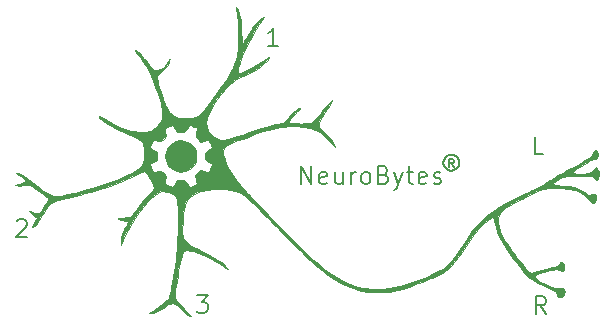
<source format=gbr>
G04 #@! TF.FileFunction,Soldermask,Top*
%FSLAX46Y46*%
G04 Gerber Fmt 4.6, Leading zero omitted, Abs format (unit mm)*
G04 Created by KiCad (PCBNEW 4.0.7-e2-6376~58~ubuntu14.04.1) date Wed Aug  8 14:24:41 2018*
%MOMM*%
%LPD*%
G01*
G04 APERTURE LIST*
%ADD10C,0.100000*%
%ADD11C,0.210000*%
%ADD12C,0.140000*%
%ADD13C,0.010000*%
G04 APERTURE END LIST*
D10*
D11*
X207904286Y-71368571D02*
X207404286Y-70654286D01*
X207047143Y-71368571D02*
X207047143Y-69868571D01*
X207618571Y-69868571D01*
X207761429Y-69940000D01*
X207832857Y-70011429D01*
X207904286Y-70154286D01*
X207904286Y-70368571D01*
X207832857Y-70511429D01*
X207761429Y-70582857D01*
X207618571Y-70654286D01*
X207047143Y-70654286D01*
X207704286Y-57868571D02*
X206990000Y-57868571D01*
X206990000Y-56368571D01*
X178340001Y-69768571D02*
X179268572Y-69768571D01*
X178768572Y-70340000D01*
X178982858Y-70340000D01*
X179125715Y-70411429D01*
X179197144Y-70482857D01*
X179268572Y-70625714D01*
X179268572Y-70982857D01*
X179197144Y-71125714D01*
X179125715Y-71197143D01*
X178982858Y-71268571D01*
X178554286Y-71268571D01*
X178411429Y-71197143D01*
X178340001Y-71125714D01*
X163111429Y-63511429D02*
X163182858Y-63440000D01*
X163325715Y-63368571D01*
X163682858Y-63368571D01*
X163825715Y-63440000D01*
X163897144Y-63511429D01*
X163968572Y-63654286D01*
X163968572Y-63797143D01*
X163897144Y-64011429D01*
X163040001Y-64868571D01*
X163968572Y-64868571D01*
X185268572Y-48668571D02*
X184411429Y-48668571D01*
X184840001Y-48668571D02*
X184840001Y-47168571D01*
X184697144Y-47382857D01*
X184554286Y-47525714D01*
X184411429Y-47597143D01*
D12*
X200138095Y-58909524D02*
X199900000Y-58623810D01*
X199709524Y-58909524D02*
X199709524Y-58242857D01*
X199995238Y-58242857D01*
X200090476Y-58290476D01*
X200138095Y-58385714D01*
X200138095Y-58480952D01*
X200090476Y-58576190D01*
X199995238Y-58623810D01*
X199709524Y-58623810D01*
X199900000Y-57909524D02*
X199661905Y-57957143D01*
X199423809Y-58100000D01*
X199280952Y-58338095D01*
X199233333Y-58576190D01*
X199280952Y-58814286D01*
X199423809Y-59052381D01*
X199661905Y-59195238D01*
X199900000Y-59242857D01*
X200138095Y-59195238D01*
X200376190Y-59052381D01*
X200519047Y-58814286D01*
X200566667Y-58576190D01*
X200519047Y-58338095D01*
X200376190Y-58100000D01*
X200138095Y-57957143D01*
X199900000Y-57909524D01*
D11*
X187207143Y-60378571D02*
X187207143Y-58878571D01*
X188064286Y-60378571D01*
X188064286Y-58878571D01*
X189350000Y-60307143D02*
X189207143Y-60378571D01*
X188921429Y-60378571D01*
X188778572Y-60307143D01*
X188707143Y-60164286D01*
X188707143Y-59592857D01*
X188778572Y-59450000D01*
X188921429Y-59378571D01*
X189207143Y-59378571D01*
X189350000Y-59450000D01*
X189421429Y-59592857D01*
X189421429Y-59735714D01*
X188707143Y-59878571D01*
X190707143Y-59378571D02*
X190707143Y-60378571D01*
X190064286Y-59378571D02*
X190064286Y-60164286D01*
X190135714Y-60307143D01*
X190278572Y-60378571D01*
X190492857Y-60378571D01*
X190635714Y-60307143D01*
X190707143Y-60235714D01*
X191421429Y-60378571D02*
X191421429Y-59378571D01*
X191421429Y-59664286D02*
X191492857Y-59521429D01*
X191564286Y-59450000D01*
X191707143Y-59378571D01*
X191850000Y-59378571D01*
X192564286Y-60378571D02*
X192421428Y-60307143D01*
X192350000Y-60235714D01*
X192278571Y-60092857D01*
X192278571Y-59664286D01*
X192350000Y-59521429D01*
X192421428Y-59450000D01*
X192564286Y-59378571D01*
X192778571Y-59378571D01*
X192921428Y-59450000D01*
X192992857Y-59521429D01*
X193064286Y-59664286D01*
X193064286Y-60092857D01*
X192992857Y-60235714D01*
X192921428Y-60307143D01*
X192778571Y-60378571D01*
X192564286Y-60378571D01*
X194207143Y-59592857D02*
X194421429Y-59664286D01*
X194492857Y-59735714D01*
X194564286Y-59878571D01*
X194564286Y-60092857D01*
X194492857Y-60235714D01*
X194421429Y-60307143D01*
X194278571Y-60378571D01*
X193707143Y-60378571D01*
X193707143Y-58878571D01*
X194207143Y-58878571D01*
X194350000Y-58950000D01*
X194421429Y-59021429D01*
X194492857Y-59164286D01*
X194492857Y-59307143D01*
X194421429Y-59450000D01*
X194350000Y-59521429D01*
X194207143Y-59592857D01*
X193707143Y-59592857D01*
X195064286Y-59378571D02*
X195421429Y-60378571D01*
X195778571Y-59378571D02*
X195421429Y-60378571D01*
X195278571Y-60735714D01*
X195207143Y-60807143D01*
X195064286Y-60878571D01*
X196135714Y-59378571D02*
X196707143Y-59378571D01*
X196350000Y-58878571D02*
X196350000Y-60164286D01*
X196421428Y-60307143D01*
X196564286Y-60378571D01*
X196707143Y-60378571D01*
X197778571Y-60307143D02*
X197635714Y-60378571D01*
X197350000Y-60378571D01*
X197207143Y-60307143D01*
X197135714Y-60164286D01*
X197135714Y-59592857D01*
X197207143Y-59450000D01*
X197350000Y-59378571D01*
X197635714Y-59378571D01*
X197778571Y-59450000D01*
X197850000Y-59592857D01*
X197850000Y-59735714D01*
X197135714Y-59878571D01*
X198421428Y-60307143D02*
X198564285Y-60378571D01*
X198850000Y-60378571D01*
X198992857Y-60307143D01*
X199064285Y-60164286D01*
X199064285Y-60092857D01*
X198992857Y-59950000D01*
X198850000Y-59878571D01*
X198635714Y-59878571D01*
X198492857Y-59807143D01*
X198421428Y-59664286D01*
X198421428Y-59592857D01*
X198492857Y-59450000D01*
X198635714Y-59378571D01*
X198850000Y-59378571D01*
X198992857Y-59450000D01*
D13*
G36*
X181707817Y-45411841D02*
X181753029Y-45499650D01*
X181824656Y-45658021D01*
X181826177Y-45661432D01*
X181955350Y-45978094D01*
X182043993Y-46270391D01*
X182098477Y-46571213D01*
X182125171Y-46913452D01*
X182130800Y-47234421D01*
X182135265Y-47630453D01*
X182148157Y-47960989D01*
X182168722Y-48218076D01*
X182196204Y-48393759D01*
X182229848Y-48480086D01*
X182249678Y-48486973D01*
X182291134Y-48438423D01*
X182371028Y-48315884D01*
X182479867Y-48134949D01*
X182608160Y-47911213D01*
X182691332Y-47761443D01*
X182843243Y-47494775D01*
X182999101Y-47238685D01*
X183144057Y-47016440D01*
X183263259Y-46851304D01*
X183302096Y-46804547D01*
X183426289Y-46680891D01*
X183584407Y-46544552D01*
X183753471Y-46412805D01*
X183910502Y-46302927D01*
X184032521Y-46232193D01*
X184086011Y-46215200D01*
X184070397Y-46250737D01*
X184002390Y-46344994D01*
X183895587Y-46479433D01*
X183865481Y-46515872D01*
X183624303Y-46833665D01*
X183363522Y-47225924D01*
X183095187Y-47670569D01*
X182831348Y-48145522D01*
X182584055Y-48628704D01*
X182365356Y-49098037D01*
X182187301Y-49531442D01*
X182124862Y-49705292D01*
X181986486Y-50128393D01*
X181887235Y-50468170D01*
X181827688Y-50722197D01*
X181808421Y-50888048D01*
X181826100Y-50960020D01*
X181914324Y-50978893D01*
X182078492Y-50941334D01*
X182312220Y-50850447D01*
X182609123Y-50709338D01*
X182962818Y-50521110D01*
X183366920Y-50288868D01*
X183815045Y-50015716D01*
X183973570Y-49915811D01*
X184196469Y-49775576D01*
X184345709Y-49686335D01*
X184432504Y-49643234D01*
X184468069Y-49641416D01*
X184463619Y-49676029D01*
X184447169Y-49710789D01*
X184300634Y-49919295D01*
X184071835Y-50148426D01*
X183775118Y-50387349D01*
X183424827Y-50625232D01*
X183035305Y-50851244D01*
X182740400Y-50999696D01*
X182501179Y-51112659D01*
X182251184Y-51230875D01*
X182035888Y-51332838D01*
X181991510Y-51353888D01*
X181595607Y-51585939D01*
X181189507Y-51906994D01*
X180782528Y-52306348D01*
X180383987Y-52773296D01*
X180003203Y-53297133D01*
X179649493Y-53867154D01*
X179403081Y-54327542D01*
X179293352Y-54554757D01*
X179224064Y-54725007D01*
X179186019Y-54869971D01*
X179170016Y-55021330D01*
X179167059Y-55140342D01*
X179211217Y-55512996D01*
X179341818Y-55859919D01*
X179546991Y-56165546D01*
X179814861Y-56414314D01*
X180133557Y-56590656D01*
X180318036Y-56649196D01*
X180448264Y-56651235D01*
X180665133Y-56618307D01*
X180960752Y-56552674D01*
X181327229Y-56456599D01*
X181756673Y-56332344D01*
X182241191Y-56182172D01*
X182772891Y-56008346D01*
X183343884Y-55813127D01*
X183808522Y-55648516D01*
X184240581Y-55508855D01*
X184690777Y-55390500D01*
X185051242Y-55316981D01*
X185657639Y-55214229D01*
X186156131Y-54680447D01*
X186434664Y-54391423D01*
X186660589Y-54178504D01*
X186841269Y-54035781D01*
X186984064Y-53957344D01*
X187082649Y-53936800D01*
X187086604Y-53970695D01*
X187018382Y-54070267D01*
X186880522Y-54232345D01*
X186675564Y-54453759D01*
X186632153Y-54499241D01*
X186445305Y-54698437D01*
X186286565Y-54875683D01*
X186168204Y-55016639D01*
X186102491Y-55106965D01*
X186093200Y-55129126D01*
X186140752Y-55160067D01*
X186270433Y-55188474D01*
X186462782Y-55213088D01*
X186698334Y-55232645D01*
X186957628Y-55245884D01*
X187221200Y-55251544D01*
X187469588Y-55248363D01*
X187683330Y-55235080D01*
X187700484Y-55233316D01*
X187882258Y-55209325D01*
X188011254Y-55172644D01*
X188124506Y-55105366D01*
X188259047Y-54989585D01*
X188317084Y-54935173D01*
X188468581Y-54779395D01*
X188651117Y-54572987D01*
X188836850Y-54348114D01*
X188939383Y-54216200D01*
X189244697Y-53835367D01*
X189523410Y-53538290D01*
X189771816Y-53324458D01*
X189836966Y-53279516D01*
X189840489Y-53301278D01*
X189801896Y-53378000D01*
X189747714Y-53469402D01*
X189650522Y-53623093D01*
X189524317Y-53817262D01*
X189389622Y-54020365D01*
X189155711Y-54381155D01*
X188963040Y-54702072D01*
X188816809Y-54973388D01*
X188722217Y-55185376D01*
X188684464Y-55328310D01*
X188684000Y-55340541D01*
X188722837Y-55529439D01*
X188843978Y-55720934D01*
X189054366Y-55924986D01*
X189138196Y-55991888D01*
X189494800Y-56309632D01*
X189771092Y-56658227D01*
X189927977Y-56934000D01*
X190066359Y-57213400D01*
X189565679Y-56719157D01*
X189304575Y-56464704D01*
X189095668Y-56270794D01*
X188921588Y-56123925D01*
X188764964Y-56010595D01*
X188608425Y-55917300D01*
X188434602Y-55830539D01*
X188404600Y-55816626D01*
X187926480Y-55644628D01*
X187371724Y-55532081D01*
X186746628Y-55479743D01*
X186057487Y-55488371D01*
X185813676Y-55505003D01*
X185445040Y-55542838D01*
X185093062Y-55597317D01*
X184737968Y-55673536D01*
X184359983Y-55776591D01*
X183939333Y-55911580D01*
X183456242Y-56083599D01*
X183206613Y-56176943D01*
X182861324Y-56306916D01*
X182497550Y-56442718D01*
X182145129Y-56573286D01*
X181833899Y-56687556D01*
X181634452Y-56759865D01*
X181327312Y-56872695D01*
X181101374Y-56963636D01*
X180941079Y-57041772D01*
X180830866Y-57116192D01*
X180755177Y-57195981D01*
X180698452Y-57290227D01*
X180687376Y-57312952D01*
X180613516Y-57583847D01*
X180620831Y-57906972D01*
X180706626Y-58277220D01*
X180868202Y-58689480D01*
X181102864Y-59138643D01*
X181407913Y-59619599D01*
X181780655Y-60127240D01*
X182218390Y-60656455D01*
X182718424Y-61202135D01*
X182766506Y-61252000D01*
X182953935Y-61446233D01*
X183198895Y-61701101D01*
X183488929Y-62003589D01*
X183811581Y-62340681D01*
X184154395Y-62699364D01*
X184504914Y-63066622D01*
X184850681Y-63429440D01*
X184881492Y-63461800D01*
X185641471Y-64253327D01*
X186343254Y-64969341D01*
X186991979Y-65613776D01*
X187592782Y-66190564D01*
X188150798Y-66703640D01*
X188671163Y-67156937D01*
X189159014Y-67554389D01*
X189619487Y-67899929D01*
X190057717Y-68197491D01*
X190478840Y-68451009D01*
X190887994Y-68664415D01*
X191290313Y-68841644D01*
X191690934Y-68986629D01*
X192094993Y-69103304D01*
X192316200Y-69155873D01*
X192695666Y-69215762D01*
X193144735Y-69247510D01*
X193635528Y-69251609D01*
X194140166Y-69228555D01*
X194630772Y-69178844D01*
X195059400Y-69107181D01*
X195449139Y-69015102D01*
X195889499Y-68892053D01*
X196363640Y-68744322D01*
X196854724Y-68578198D01*
X197345910Y-68399967D01*
X197820360Y-68215918D01*
X198261233Y-68032339D01*
X198651691Y-67855516D01*
X198974894Y-67691740D01*
X199185834Y-67566374D01*
X199444833Y-67363772D01*
X199729943Y-67086725D01*
X200024948Y-66753152D01*
X200313632Y-66380973D01*
X200494519Y-66120327D01*
X200668630Y-65857299D01*
X200871292Y-65551430D01*
X201074818Y-65244494D01*
X201220330Y-65025231D01*
X201611953Y-64466659D01*
X202009163Y-63968023D01*
X202425052Y-63518423D01*
X202872714Y-63106962D01*
X203365242Y-62722739D01*
X203915730Y-62354856D01*
X204537272Y-61992415D01*
X205242959Y-61624516D01*
X205397200Y-61548415D01*
X205743989Y-61378716D01*
X206103889Y-61202591D01*
X206451913Y-61032267D01*
X206763073Y-60879974D01*
X207012384Y-60757940D01*
X207048200Y-60740406D01*
X207323477Y-60598235D01*
X207646232Y-60419951D01*
X207979821Y-60226413D01*
X208287602Y-60038485D01*
X208343600Y-60002920D01*
X208632710Y-59825173D01*
X208979289Y-59623549D01*
X209348879Y-59417442D01*
X209707026Y-59226246D01*
X209885543Y-59135022D01*
X210437555Y-58851777D01*
X210896811Y-58601177D01*
X211266108Y-58381332D01*
X211548239Y-58190350D01*
X211746000Y-58026344D01*
X211862186Y-57887422D01*
X211899600Y-57773146D01*
X211935310Y-57658202D01*
X212019576Y-57551890D01*
X212118099Y-57494757D01*
X212136745Y-57492800D01*
X212204238Y-57538240D01*
X212257670Y-57653974D01*
X212292271Y-57809120D01*
X212303271Y-57972797D01*
X212285900Y-58114124D01*
X212245040Y-58193839D01*
X212151757Y-58239094D01*
X212039317Y-58254800D01*
X211931962Y-58265599D01*
X211813122Y-58304031D01*
X211664049Y-58379139D01*
X211465996Y-58499972D01*
X211284652Y-58618957D01*
X211071385Y-58754682D01*
X210820742Y-58904659D01*
X210585910Y-59037088D01*
X210579485Y-59040554D01*
X210358266Y-59170190D01*
X210229388Y-59273671D01*
X210188841Y-59357081D01*
X210232618Y-59426503D01*
X210299809Y-59464943D01*
X210444322Y-59501452D01*
X210657745Y-59520091D01*
X210908958Y-59520780D01*
X211166841Y-59503444D01*
X211400274Y-59468004D01*
X211401799Y-59467681D01*
X211589614Y-59412256D01*
X211737676Y-59322146D01*
X211876256Y-59188281D01*
X211994532Y-59069272D01*
X212090739Y-58988606D01*
X212135083Y-58966000D01*
X212205482Y-59000372D01*
X212285243Y-59072730D01*
X212346911Y-59196987D01*
X212381331Y-59379953D01*
X212388313Y-59586297D01*
X212367662Y-59780686D01*
X212319189Y-59927791D01*
X212290103Y-59967355D01*
X212223597Y-60022699D01*
X212170258Y-60015392D01*
X212093444Y-59937854D01*
X212081567Y-59924228D01*
X211973102Y-59817755D01*
X211871713Y-59745378D01*
X211868864Y-59743976D01*
X211791651Y-59730880D01*
X211628836Y-59719892D01*
X211396400Y-59711512D01*
X211110327Y-59706239D01*
X210786602Y-59704574D01*
X210628902Y-59705161D01*
X210224403Y-59709010D01*
X209904869Y-59716909D01*
X209653666Y-59732247D01*
X209454159Y-59758412D01*
X209289717Y-59798793D01*
X209143704Y-59856779D01*
X208999487Y-59935759D01*
X208840433Y-60039122D01*
X208777093Y-60082434D01*
X208625044Y-60202082D01*
X208554990Y-60298766D01*
X208570429Y-60375157D01*
X208674858Y-60433922D01*
X208871771Y-60477730D01*
X209164667Y-60509249D01*
X209352357Y-60521464D01*
X209858126Y-60566329D01*
X210284580Y-60644105D01*
X210650395Y-60760880D01*
X210974252Y-60922738D01*
X211274828Y-61135765D01*
X211299113Y-61155771D01*
X211434653Y-61260968D01*
X211544566Y-61332718D01*
X211596071Y-61353600D01*
X211674510Y-61326121D01*
X211787983Y-61258927D01*
X211802823Y-61248565D01*
X211958858Y-61176024D01*
X212082762Y-61191147D01*
X212164635Y-61282458D01*
X212194579Y-61438484D01*
X212162694Y-61647749D01*
X212158773Y-61661164D01*
X212078755Y-61835325D01*
X211970922Y-61946373D01*
X211853144Y-61979487D01*
X211795938Y-61962096D01*
X211712636Y-61888395D01*
X211621888Y-61768246D01*
X211608236Y-61745964D01*
X211497765Y-61608916D01*
X211321384Y-61445300D01*
X211103892Y-61274309D01*
X210870090Y-61115136D01*
X210644780Y-60986974D01*
X210598982Y-60964924D01*
X210431207Y-60899869D01*
X210228502Y-60846651D01*
X209977563Y-60803427D01*
X209665085Y-60768349D01*
X209277762Y-60739573D01*
X208802290Y-60715251D01*
X208797864Y-60715059D01*
X208557669Y-60705208D01*
X208352734Y-60700845D01*
X208170745Y-60705793D01*
X207999390Y-60723871D01*
X207826357Y-60758901D01*
X207639333Y-60814705D01*
X207426005Y-60895102D01*
X207174061Y-61003915D01*
X206871188Y-61144964D01*
X206505074Y-61322070D01*
X206063406Y-61539054D01*
X205928442Y-61605546D01*
X205464171Y-61836284D01*
X205083152Y-62031436D01*
X204776222Y-62197625D01*
X204534219Y-62341477D01*
X204347978Y-62469617D01*
X204208337Y-62588671D01*
X204106133Y-62705264D01*
X204032201Y-62826020D01*
X203977380Y-62957565D01*
X203952957Y-63033867D01*
X203896922Y-63259920D01*
X203878499Y-63460827D01*
X203897536Y-63677270D01*
X203949629Y-63931991D01*
X204069193Y-64336527D01*
X204241686Y-64748523D01*
X204474879Y-65183141D01*
X204776545Y-65655544D01*
X204984624Y-65951000D01*
X205185887Y-66223158D01*
X205408472Y-66514907D01*
X205639620Y-66810392D01*
X205866571Y-67093758D01*
X206076565Y-67349150D01*
X206256842Y-67560713D01*
X206394644Y-67712593D01*
X206434522Y-67752612D01*
X206618354Y-67928624D01*
X207265077Y-67715041D01*
X207565231Y-67623315D01*
X207889192Y-67536413D01*
X208195687Y-67464792D01*
X208419800Y-67422459D01*
X208694950Y-67372420D01*
X208882142Y-67318526D01*
X208994976Y-67254117D01*
X209047055Y-67172531D01*
X209054800Y-67111477D01*
X209094740Y-67037369D01*
X209149382Y-66996155D01*
X209268258Y-66978004D01*
X209366573Y-67050637D01*
X209432552Y-67203620D01*
X209443159Y-67256508D01*
X209456003Y-67479289D01*
X209416750Y-67635133D01*
X209332081Y-67715466D01*
X209208677Y-67711709D01*
X209122612Y-67668033D01*
X209023040Y-67621211D01*
X208893791Y-67599234D01*
X208718639Y-67602645D01*
X208481361Y-67631986D01*
X208165732Y-67687802D01*
X208089628Y-67702612D01*
X207672696Y-67795398D01*
X207355277Y-67890939D01*
X207135290Y-67991011D01*
X207010654Y-68097390D01*
X206979285Y-68211853D01*
X207039103Y-68336177D01*
X207187900Y-68472043D01*
X207372527Y-68590795D01*
X207623324Y-68728300D01*
X207910408Y-68870186D01*
X208203899Y-69002082D01*
X208473917Y-69109616D01*
X208608523Y-69155322D01*
X208785852Y-69204350D01*
X208912580Y-69218290D01*
X209032792Y-69198895D01*
X209110284Y-69175253D01*
X209245356Y-69135661D01*
X209324217Y-69137260D01*
X209386000Y-69186141D01*
X209416861Y-69222964D01*
X209490203Y-69336560D01*
X209505439Y-69448177D01*
X209464610Y-69595946D01*
X209440100Y-69656942D01*
X209323182Y-69834606D01*
X209155223Y-69925070D01*
X209033707Y-69938800D01*
X208930093Y-69913438D01*
X208879108Y-69819097D01*
X208874452Y-69799100D01*
X208834726Y-69645103D01*
X208780058Y-69533509D01*
X208690702Y-69445259D01*
X208546911Y-69361293D01*
X208328942Y-69262553D01*
X208310269Y-69254542D01*
X207845486Y-69046655D01*
X207415816Y-68837244D01*
X207038489Y-68635341D01*
X206730736Y-68449973D01*
X206590706Y-68353445D01*
X206430199Y-68226614D01*
X206268369Y-68079373D01*
X206096374Y-67901490D01*
X205905376Y-67682728D01*
X205686534Y-67412854D01*
X205431008Y-67081633D01*
X205129958Y-66678831D01*
X205046178Y-66565245D01*
X204614133Y-65950354D01*
X204262426Y-65387782D01*
X203987995Y-64871822D01*
X203787778Y-64396767D01*
X203667494Y-63995200D01*
X203595225Y-63692672D01*
X203540177Y-63475475D01*
X203497538Y-63329756D01*
X203462493Y-63241664D01*
X203430229Y-63197347D01*
X203395931Y-63182954D01*
X203385013Y-63182400D01*
X203269151Y-63219713D01*
X203102781Y-63323450D01*
X202899614Y-63481303D01*
X202673361Y-63680964D01*
X202437733Y-63910129D01*
X202206443Y-64156488D01*
X201993201Y-64407736D01*
X201930283Y-64488115D01*
X201828528Y-64627211D01*
X201685308Y-64831341D01*
X201514485Y-65080328D01*
X201329920Y-65353990D01*
X201169648Y-65595400D01*
X200828520Y-66094811D01*
X200491245Y-66553065D01*
X200167041Y-66958843D01*
X199865127Y-67300829D01*
X199594723Y-67567706D01*
X199491177Y-67655953D01*
X199351410Y-67756523D01*
X199169754Y-67864701D01*
X198933738Y-67986831D01*
X198630892Y-68129262D01*
X198248746Y-68298339D01*
X198119577Y-68354005D01*
X197448630Y-68636257D01*
X196854429Y-68873241D01*
X196324507Y-69068311D01*
X195846402Y-69224824D01*
X195407648Y-69346134D01*
X194995782Y-69435596D01*
X194598338Y-69496566D01*
X194202852Y-69532399D01*
X193796859Y-69546450D01*
X193687800Y-69546950D01*
X192981622Y-69510249D01*
X192296579Y-69398969D01*
X191622002Y-69209248D01*
X190947223Y-68937227D01*
X190261574Y-68579043D01*
X189554384Y-68130834D01*
X189319000Y-67965763D01*
X189013615Y-67739593D01*
X188699276Y-67491561D01*
X188369751Y-67215781D01*
X188018808Y-66906369D01*
X187640216Y-66557440D01*
X187227745Y-66163107D01*
X186775162Y-65717487D01*
X186276238Y-65214695D01*
X185724740Y-64648844D01*
X185114437Y-64014050D01*
X184926682Y-63817400D01*
X184453873Y-63326388D01*
X184006036Y-62870924D01*
X183589275Y-62456817D01*
X183209691Y-62089874D01*
X182873386Y-61775903D01*
X182586463Y-61520712D01*
X182355024Y-61330109D01*
X182190527Y-61213177D01*
X181910757Y-61076917D01*
X181554915Y-60958863D01*
X181147602Y-60863535D01*
X180713420Y-60795454D01*
X180276971Y-60759141D01*
X179862856Y-60759117D01*
X179757097Y-60765997D01*
X179227793Y-60838538D01*
X178732649Y-60964062D01*
X178300797Y-61135058D01*
X178273906Y-61148428D01*
X178012102Y-61296805D01*
X177795760Y-61460590D01*
X177619884Y-61651177D01*
X177479479Y-61879964D01*
X177369550Y-62158347D01*
X177285101Y-62497721D01*
X177221138Y-62909484D01*
X177172665Y-63405031D01*
X177151290Y-63709611D01*
X177129863Y-64085175D01*
X177121746Y-64377018D01*
X177131065Y-64602600D01*
X177161946Y-64779384D01*
X177218516Y-64924832D01*
X177304902Y-65056406D01*
X177425230Y-65191568D01*
X177525000Y-65290982D01*
X177642439Y-65399979D01*
X177763747Y-65498070D01*
X177904382Y-65594622D01*
X178079806Y-65698998D01*
X178305480Y-65820565D01*
X178596862Y-65968687D01*
X178854200Y-66096138D01*
X179312269Y-66325302D01*
X179689287Y-66523199D01*
X179997943Y-66697755D01*
X180250921Y-66856895D01*
X180460909Y-67008544D01*
X180640593Y-67160628D01*
X180784600Y-67302031D01*
X181038600Y-67567785D01*
X180835400Y-67450168D01*
X180699734Y-67371448D01*
X180508816Y-67260424D01*
X180295142Y-67136001D01*
X180200400Y-67080777D01*
X179733829Y-66819403D01*
X179277367Y-66583936D01*
X178843319Y-66379553D01*
X178443991Y-66211431D01*
X178091689Y-66084748D01*
X177798719Y-66004679D01*
X177577386Y-65976403D01*
X177575310Y-65976400D01*
X177421164Y-65987279D01*
X177305768Y-66029906D01*
X177217457Y-66119260D01*
X177144567Y-66270324D01*
X177075432Y-66498078D01*
X177031648Y-66674631D01*
X176960198Y-66991713D01*
X176884966Y-67353986D01*
X176808847Y-67744588D01*
X176734733Y-68146661D01*
X176665518Y-68543344D01*
X176604094Y-68917779D01*
X176553355Y-69253104D01*
X176516193Y-69532460D01*
X176495503Y-69738988D01*
X176492189Y-69818319D01*
X176504030Y-69920633D01*
X176544755Y-70030894D01*
X176622573Y-70160236D01*
X176745687Y-70319792D01*
X176922305Y-70520697D01*
X177160633Y-70774085D01*
X177311933Y-70930550D01*
X177542547Y-71170765D01*
X177704571Y-71347702D01*
X177803260Y-71467861D01*
X177843873Y-71537743D01*
X177831666Y-71563847D01*
X177824542Y-71564400D01*
X177730858Y-71533830D01*
X177594184Y-71454541D01*
X177474461Y-71367222D01*
X177296272Y-71215297D01*
X177112728Y-71045066D01*
X177025400Y-70957623D01*
X176770936Y-70727084D01*
X176521762Y-70568168D01*
X176290493Y-70486794D01*
X176089746Y-70488878D01*
X176051556Y-70500886D01*
X175947060Y-70556683D01*
X175796899Y-70655898D01*
X175633579Y-70777053D01*
X175633561Y-70777067D01*
X175330273Y-70978958D01*
X174990519Y-71145538D01*
X174654025Y-71258816D01*
X174502200Y-71289439D01*
X174282200Y-71321790D01*
X174637800Y-71103772D01*
X174999864Y-70868153D01*
X175326959Y-70628765D01*
X175606902Y-70396182D01*
X175827513Y-70180975D01*
X175976609Y-69993719D01*
X176027165Y-69897919D01*
X176082013Y-69720391D01*
X176144602Y-69456049D01*
X176212742Y-69119190D01*
X176284242Y-68724114D01*
X176356914Y-68285120D01*
X176428567Y-67816505D01*
X176497012Y-67332569D01*
X176560059Y-66847610D01*
X176615518Y-66375927D01*
X176661201Y-65931819D01*
X176693831Y-65544600D01*
X176708933Y-65284463D01*
X176721373Y-64965282D01*
X176731142Y-64601562D01*
X176738230Y-64207806D01*
X176742630Y-63798521D01*
X176744331Y-63388210D01*
X176743325Y-62991378D01*
X176739603Y-62622531D01*
X176733156Y-62296172D01*
X176723975Y-62026807D01*
X176712051Y-61828941D01*
X176697375Y-61717077D01*
X176696200Y-61712688D01*
X176588945Y-61498351D01*
X176406088Y-61299504D01*
X176184650Y-61149893D01*
X175978101Y-61068273D01*
X175740716Y-61011161D01*
X175511451Y-60985179D01*
X175329260Y-60996947D01*
X175311437Y-61001488D01*
X175066540Y-61110682D01*
X174786763Y-61303657D01*
X174479868Y-61571978D01*
X174153619Y-61907206D01*
X173815778Y-62300907D01*
X173474108Y-62744643D01*
X173136373Y-63229977D01*
X172860566Y-63665000D01*
X172699783Y-63944472D01*
X172511671Y-64295801D01*
X172307610Y-64696909D01*
X172098985Y-65125718D01*
X172009368Y-65316000D01*
X171926497Y-65493800D01*
X171923248Y-65209652D01*
X171963825Y-64849854D01*
X172093801Y-64449016D01*
X172313889Y-64004983D01*
X172328348Y-63979741D01*
X172421638Y-63806726D01*
X172486825Y-63663899D01*
X172512930Y-63576085D01*
X172511810Y-63564915D01*
X172454110Y-63529427D01*
X172322590Y-63489658D01*
X172144291Y-63453572D01*
X172121352Y-63449917D01*
X171930001Y-63412213D01*
X171773266Y-63366682D01*
X171683200Y-63322762D01*
X171680271Y-63320042D01*
X171658554Y-63286036D01*
X171683634Y-63262173D01*
X171770223Y-63245054D01*
X171933031Y-63231275D01*
X172106594Y-63221468D01*
X172336162Y-63204279D01*
X172539512Y-63179391D01*
X172686962Y-63150880D01*
X172732800Y-63135457D01*
X172806469Y-63073372D01*
X172922793Y-62943640D01*
X173067910Y-62763045D01*
X173227961Y-62548370D01*
X173291600Y-62458799D01*
X173486961Y-62192790D01*
X173706627Y-61914289D01*
X173924729Y-61654996D01*
X174115396Y-61446607D01*
X174128843Y-61432930D01*
X174351327Y-61204774D01*
X174510013Y-61031331D01*
X174615244Y-60897846D01*
X174677363Y-60789566D01*
X174706713Y-60691737D01*
X174713665Y-60598710D01*
X174680209Y-60428018D01*
X174582722Y-60193423D01*
X174426322Y-59905462D01*
X174216753Y-59575600D01*
X174093701Y-59410703D01*
X173980534Y-59314046D01*
X173857060Y-59283757D01*
X173703087Y-59317970D01*
X173498422Y-59414814D01*
X173354058Y-59495756D01*
X172631745Y-59876832D01*
X171832848Y-60233590D01*
X170981355Y-60556120D01*
X170142000Y-60822823D01*
X169935251Y-60880544D01*
X169647485Y-60958162D01*
X169296286Y-61051075D01*
X168899236Y-61154681D01*
X168473922Y-61264379D01*
X168037926Y-61375566D01*
X167807238Y-61433850D01*
X167331706Y-61553074D01*
X166942582Y-61652103D01*
X166628312Y-61737688D01*
X166377343Y-61816582D01*
X166178122Y-61895535D01*
X166019095Y-61981301D01*
X165888708Y-62080629D01*
X165775408Y-62200274D01*
X165667643Y-62346985D01*
X165553857Y-62527516D01*
X165422499Y-62748617D01*
X165350892Y-62869327D01*
X165204034Y-63112825D01*
X165064926Y-63338431D01*
X164946714Y-63525173D01*
X164862544Y-63652078D01*
X164844745Y-63676892D01*
X164737461Y-63803432D01*
X164618444Y-63918792D01*
X164510733Y-64003463D01*
X164437366Y-64037937D01*
X164423279Y-64033813D01*
X164435905Y-63982162D01*
X164490542Y-63866092D01*
X164576376Y-63707970D01*
X164603754Y-63660527D01*
X164700692Y-63483485D01*
X164772726Y-63330668D01*
X164806862Y-63230200D01*
X164808000Y-63218490D01*
X164761046Y-63134903D01*
X164617616Y-63048072D01*
X164563213Y-63024240D01*
X164367377Y-62914812D01*
X164236931Y-62783992D01*
X164230141Y-62773056D01*
X164176273Y-62672538D01*
X164178076Y-62632665D01*
X164246599Y-62649723D01*
X164390923Y-62719000D01*
X164650993Y-62828592D01*
X164855777Y-62860297D01*
X165017906Y-62811795D01*
X165150010Y-62680764D01*
X165217297Y-62567120D01*
X165299517Y-62420979D01*
X165416085Y-62231964D01*
X165542381Y-62039937D01*
X165547663Y-62032208D01*
X165654647Y-61868294D01*
X165734174Y-61731880D01*
X165771921Y-61647917D01*
X165773200Y-61639293D01*
X165749608Y-61575263D01*
X165673818Y-61486976D01*
X165538311Y-61368148D01*
X165335565Y-61212497D01*
X165058060Y-61013741D01*
X164859263Y-60875805D01*
X164595267Y-60696551D01*
X164392754Y-60569889D01*
X164230470Y-60489444D01*
X164087160Y-60448840D01*
X163941572Y-60441703D01*
X163772450Y-60461657D01*
X163591857Y-60495648D01*
X163392986Y-60525168D01*
X163249038Y-60517522D01*
X163157000Y-60488636D01*
X163004600Y-60425176D01*
X163309400Y-60365890D01*
X163562621Y-60304433D01*
X163740492Y-60234995D01*
X163832357Y-60162303D01*
X163842800Y-60129272D01*
X163792773Y-59987399D01*
X163642334Y-59839561D01*
X163463702Y-59724658D01*
X163306172Y-59628789D01*
X163179388Y-59539203D01*
X163123030Y-59488313D01*
X163089064Y-59436253D01*
X163119924Y-59422962D01*
X163232527Y-59441168D01*
X163232642Y-59441190D01*
X163463254Y-59522501D01*
X163745905Y-59683621D01*
X164074800Y-59920826D01*
X164400868Y-60192169D01*
X164708955Y-60458373D01*
X164962541Y-60666614D01*
X165179632Y-60830097D01*
X165378234Y-60962029D01*
X165576352Y-61075616D01*
X165675135Y-61126780D01*
X165877890Y-61225253D01*
X166057509Y-61299791D01*
X166228536Y-61350193D01*
X166405513Y-61376259D01*
X166602986Y-61377788D01*
X166835497Y-61354579D01*
X167117591Y-61306430D01*
X167463810Y-61233142D01*
X167888700Y-61134512D01*
X168059200Y-61093846D01*
X169130952Y-60819377D01*
X170112527Y-60530901D01*
X171001190Y-60229346D01*
X171794206Y-59915638D01*
X172478800Y-59595840D01*
X172852124Y-59402550D01*
X173144832Y-59242333D01*
X173368211Y-59104955D01*
X173533554Y-58980181D01*
X173652150Y-58857777D01*
X173735290Y-58727509D01*
X173741984Y-58710666D01*
X174370796Y-58710666D01*
X174371060Y-58712084D01*
X174395039Y-58768993D01*
X174445551Y-58893231D01*
X174510541Y-59055104D01*
X174580216Y-59221284D01*
X174643084Y-59318510D01*
X174724788Y-59357866D01*
X174850970Y-59350439D01*
X175047274Y-59307312D01*
X175077349Y-59300123D01*
X175364499Y-59231465D01*
X175575568Y-59446530D01*
X175786638Y-59661594D01*
X175706518Y-60007063D01*
X175668683Y-60179650D01*
X175644786Y-60307523D01*
X175639692Y-60364474D01*
X175640099Y-60365072D01*
X175695617Y-60393768D01*
X175814542Y-60446630D01*
X175965710Y-60510685D01*
X176117959Y-60572963D01*
X176240125Y-60620489D01*
X176301044Y-60640294D01*
X176301327Y-60640313D01*
X176344960Y-60601455D01*
X176424117Y-60497240D01*
X176522275Y-60349562D01*
X176529783Y-60337600D01*
X176720311Y-60032800D01*
X177306061Y-60032800D01*
X177490662Y-60324900D01*
X177585712Y-60474443D01*
X177657829Y-60586310D01*
X177691480Y-60636404D01*
X177691532Y-60636467D01*
X177742677Y-60628022D01*
X177862871Y-60587844D01*
X178027769Y-60524203D01*
X178055938Y-60512698D01*
X178404076Y-60369463D01*
X178326208Y-59996807D01*
X178248341Y-59624152D01*
X178449670Y-59424768D01*
X178651000Y-59225383D01*
X178955800Y-59298098D01*
X179161139Y-59344932D01*
X179292231Y-59360966D01*
X179373676Y-59338893D01*
X179430074Y-59271409D01*
X179486023Y-59151207D01*
X179491220Y-59139086D01*
X179577507Y-58931542D01*
X179618125Y-58791818D01*
X179607206Y-58694253D01*
X179538879Y-58613186D01*
X179407276Y-58522957D01*
X179340891Y-58481817D01*
X179032000Y-58291158D01*
X179032000Y-57710441D01*
X179340891Y-57519782D01*
X179498341Y-57419007D01*
X179589519Y-57337179D01*
X179620249Y-57248539D01*
X179596355Y-57127326D01*
X179523661Y-56947781D01*
X179488332Y-56867669D01*
X179417372Y-56732114D01*
X179351190Y-56646100D01*
X179321722Y-56629993D01*
X179242403Y-56641593D01*
X179098613Y-56670896D01*
X178955800Y-56703501D01*
X178651000Y-56776216D01*
X178451747Y-56578908D01*
X178252495Y-56381601D01*
X178320515Y-56021108D01*
X178351292Y-55818746D01*
X178357514Y-55677460D01*
X178341967Y-55619428D01*
X178271984Y-55578791D01*
X178146717Y-55521928D01*
X177996075Y-55460527D01*
X177849969Y-55406273D01*
X177738310Y-55370852D01*
X177691405Y-55365258D01*
X177658085Y-55414863D01*
X177586195Y-55526391D01*
X177491257Y-55675758D01*
X177490662Y-55676700D01*
X177306061Y-55968800D01*
X176716666Y-55968800D01*
X176546524Y-55688066D01*
X176452622Y-55539215D01*
X176375765Y-55428279D01*
X176335745Y-55382217D01*
X176277221Y-55388970D01*
X176156449Y-55423874D01*
X176002742Y-55476210D01*
X175845413Y-55535261D01*
X175713775Y-55590308D01*
X175637142Y-55630634D01*
X175628400Y-55640849D01*
X175639006Y-55694984D01*
X175666863Y-55821137D01*
X175706026Y-55992410D01*
X175707519Y-55998850D01*
X175786638Y-56340005D01*
X175575568Y-56555069D01*
X175364499Y-56770134D01*
X175077349Y-56701476D01*
X174871034Y-56654940D01*
X174737417Y-56643691D01*
X174650257Y-56679932D01*
X174583308Y-56775863D01*
X174510328Y-56943685D01*
X174499564Y-56970106D01*
X174433696Y-57136342D01*
X174388285Y-57259785D01*
X174372132Y-57316357D01*
X174372564Y-57317499D01*
X174417799Y-57346556D01*
X174525749Y-57415114D01*
X174673212Y-57508439D01*
X174675900Y-57510137D01*
X174968000Y-57694738D01*
X174968000Y-58305255D01*
X174663160Y-58495808D01*
X174515159Y-58592689D01*
X174410764Y-58669448D01*
X174370796Y-58710666D01*
X173741984Y-58710666D01*
X173794263Y-58579143D01*
X173840361Y-58402444D01*
X173851413Y-58351621D01*
X173884931Y-58112197D01*
X173897257Y-57833302D01*
X173890032Y-57542673D01*
X173864897Y-57268048D01*
X173823490Y-57037164D01*
X173767454Y-56877757D01*
X173763894Y-56871468D01*
X173624336Y-56690723D01*
X173423412Y-56530359D01*
X173148745Y-56382729D01*
X172787957Y-56240186D01*
X172685963Y-56205480D01*
X171952576Y-55923070D01*
X171264849Y-55573367D01*
X170870954Y-55332158D01*
X170635782Y-55172206D01*
X170420370Y-55012456D01*
X170239933Y-54865519D01*
X170109687Y-54744010D01*
X170044850Y-54660542D01*
X170040400Y-54643683D01*
X170056103Y-54620919D01*
X170110363Y-54630278D01*
X170213907Y-54676866D01*
X170377460Y-54765792D01*
X170611748Y-54902163D01*
X170726200Y-54970260D01*
X171398569Y-55341769D01*
X172030108Y-55627830D01*
X172520663Y-55800487D01*
X172732241Y-55859921D01*
X172922708Y-55899472D01*
X173124227Y-55923182D01*
X173368958Y-55935094D01*
X173621800Y-55938874D01*
X173903206Y-55938966D01*
X174107227Y-55932730D01*
X174258023Y-55917147D01*
X174379756Y-55889195D01*
X174496584Y-55845854D01*
X174548475Y-55823026D01*
X174854165Y-55629971D01*
X175114936Y-55350723D01*
X175315481Y-55009696D01*
X175388446Y-54831186D01*
X175428670Y-54663050D01*
X175444305Y-54461865D01*
X175445353Y-54317800D01*
X175441838Y-54179664D01*
X175430634Y-54048913D01*
X175407770Y-53909638D01*
X175369278Y-53745932D01*
X175311189Y-53541888D01*
X175229532Y-53281600D01*
X175120339Y-52949159D01*
X175054918Y-52753127D01*
X174851312Y-52163156D01*
X174660230Y-51653660D01*
X174472194Y-51205925D01*
X174277723Y-50801238D01*
X174067336Y-50420886D01*
X173831555Y-50046154D01*
X173560898Y-49658330D01*
X173330577Y-49349269D01*
X173194016Y-49164392D01*
X173120911Y-49050883D01*
X173108259Y-49003264D01*
X173145751Y-49012041D01*
X173338062Y-49132060D01*
X173520754Y-49288850D01*
X173712013Y-49500363D01*
X173930023Y-49784551D01*
X173934386Y-49790555D01*
X174190157Y-50131437D01*
X174406503Y-50389979D01*
X174593709Y-50572451D01*
X174762060Y-50685124D01*
X174921840Y-50734267D01*
X175083335Y-50726150D01*
X175256828Y-50667042D01*
X175321233Y-50636007D01*
X175490128Y-50517765D01*
X175671914Y-50340170D01*
X175836208Y-50135794D01*
X175930600Y-49982749D01*
X175988267Y-49897193D01*
X176018948Y-49899616D01*
X176016935Y-49978651D01*
X175986446Y-50093985D01*
X175841070Y-50384762D01*
X175606876Y-50660806D01*
X175326888Y-50886567D01*
X175169126Y-51001233D01*
X175043782Y-51106153D01*
X174976843Y-51179480D01*
X174975473Y-51181966D01*
X174971146Y-51266865D01*
X174996468Y-51430962D01*
X175046628Y-51657880D01*
X175116815Y-51931238D01*
X175202220Y-52234660D01*
X175298030Y-52551765D01*
X175399436Y-52866175D01*
X175501626Y-53161511D01*
X175599791Y-53421395D01*
X175689119Y-53629447D01*
X175702548Y-53657400D01*
X175880238Y-53993218D01*
X176048789Y-54249009D01*
X176223112Y-54443457D01*
X176418120Y-54595247D01*
X176483039Y-54635350D01*
X176588433Y-54693833D01*
X176684531Y-54733209D01*
X176794782Y-54757222D01*
X176942638Y-54769612D01*
X177151551Y-54774122D01*
X177355600Y-54774589D01*
X177694185Y-54767940D01*
X177978538Y-54742691D01*
X178222247Y-54690173D01*
X178438901Y-54601713D01*
X178642092Y-54468643D01*
X178845408Y-54282291D01*
X179062439Y-54033987D01*
X179306776Y-53715060D01*
X179552431Y-53372981D01*
X179962877Y-52789761D01*
X180317639Y-52280029D01*
X180621198Y-51835407D01*
X180878037Y-51447516D01*
X181092639Y-51107976D01*
X181269487Y-50808408D01*
X181413064Y-50540432D01*
X181527853Y-50295671D01*
X181618336Y-50065744D01*
X181688996Y-49842273D01*
X181744316Y-49616877D01*
X181788778Y-49381179D01*
X181826866Y-49126798D01*
X181827811Y-49119867D01*
X181849648Y-48879093D01*
X181862784Y-48558728D01*
X181867727Y-48180362D01*
X181864989Y-47765586D01*
X181855080Y-47335991D01*
X181838511Y-46913166D01*
X181815790Y-46518702D01*
X181787429Y-46174190D01*
X181753938Y-45901220D01*
X181751358Y-45885000D01*
X181710789Y-45631174D01*
X181688684Y-45471664D01*
X181687031Y-45400533D01*
X181707817Y-45411841D01*
X181707817Y-45411841D01*
G37*
X181707817Y-45411841D02*
X181753029Y-45499650D01*
X181824656Y-45658021D01*
X181826177Y-45661432D01*
X181955350Y-45978094D01*
X182043993Y-46270391D01*
X182098477Y-46571213D01*
X182125171Y-46913452D01*
X182130800Y-47234421D01*
X182135265Y-47630453D01*
X182148157Y-47960989D01*
X182168722Y-48218076D01*
X182196204Y-48393759D01*
X182229848Y-48480086D01*
X182249678Y-48486973D01*
X182291134Y-48438423D01*
X182371028Y-48315884D01*
X182479867Y-48134949D01*
X182608160Y-47911213D01*
X182691332Y-47761443D01*
X182843243Y-47494775D01*
X182999101Y-47238685D01*
X183144057Y-47016440D01*
X183263259Y-46851304D01*
X183302096Y-46804547D01*
X183426289Y-46680891D01*
X183584407Y-46544552D01*
X183753471Y-46412805D01*
X183910502Y-46302927D01*
X184032521Y-46232193D01*
X184086011Y-46215200D01*
X184070397Y-46250737D01*
X184002390Y-46344994D01*
X183895587Y-46479433D01*
X183865481Y-46515872D01*
X183624303Y-46833665D01*
X183363522Y-47225924D01*
X183095187Y-47670569D01*
X182831348Y-48145522D01*
X182584055Y-48628704D01*
X182365356Y-49098037D01*
X182187301Y-49531442D01*
X182124862Y-49705292D01*
X181986486Y-50128393D01*
X181887235Y-50468170D01*
X181827688Y-50722197D01*
X181808421Y-50888048D01*
X181826100Y-50960020D01*
X181914324Y-50978893D01*
X182078492Y-50941334D01*
X182312220Y-50850447D01*
X182609123Y-50709338D01*
X182962818Y-50521110D01*
X183366920Y-50288868D01*
X183815045Y-50015716D01*
X183973570Y-49915811D01*
X184196469Y-49775576D01*
X184345709Y-49686335D01*
X184432504Y-49643234D01*
X184468069Y-49641416D01*
X184463619Y-49676029D01*
X184447169Y-49710789D01*
X184300634Y-49919295D01*
X184071835Y-50148426D01*
X183775118Y-50387349D01*
X183424827Y-50625232D01*
X183035305Y-50851244D01*
X182740400Y-50999696D01*
X182501179Y-51112659D01*
X182251184Y-51230875D01*
X182035888Y-51332838D01*
X181991510Y-51353888D01*
X181595607Y-51585939D01*
X181189507Y-51906994D01*
X180782528Y-52306348D01*
X180383987Y-52773296D01*
X180003203Y-53297133D01*
X179649493Y-53867154D01*
X179403081Y-54327542D01*
X179293352Y-54554757D01*
X179224064Y-54725007D01*
X179186019Y-54869971D01*
X179170016Y-55021330D01*
X179167059Y-55140342D01*
X179211217Y-55512996D01*
X179341818Y-55859919D01*
X179546991Y-56165546D01*
X179814861Y-56414314D01*
X180133557Y-56590656D01*
X180318036Y-56649196D01*
X180448264Y-56651235D01*
X180665133Y-56618307D01*
X180960752Y-56552674D01*
X181327229Y-56456599D01*
X181756673Y-56332344D01*
X182241191Y-56182172D01*
X182772891Y-56008346D01*
X183343884Y-55813127D01*
X183808522Y-55648516D01*
X184240581Y-55508855D01*
X184690777Y-55390500D01*
X185051242Y-55316981D01*
X185657639Y-55214229D01*
X186156131Y-54680447D01*
X186434664Y-54391423D01*
X186660589Y-54178504D01*
X186841269Y-54035781D01*
X186984064Y-53957344D01*
X187082649Y-53936800D01*
X187086604Y-53970695D01*
X187018382Y-54070267D01*
X186880522Y-54232345D01*
X186675564Y-54453759D01*
X186632153Y-54499241D01*
X186445305Y-54698437D01*
X186286565Y-54875683D01*
X186168204Y-55016639D01*
X186102491Y-55106965D01*
X186093200Y-55129126D01*
X186140752Y-55160067D01*
X186270433Y-55188474D01*
X186462782Y-55213088D01*
X186698334Y-55232645D01*
X186957628Y-55245884D01*
X187221200Y-55251544D01*
X187469588Y-55248363D01*
X187683330Y-55235080D01*
X187700484Y-55233316D01*
X187882258Y-55209325D01*
X188011254Y-55172644D01*
X188124506Y-55105366D01*
X188259047Y-54989585D01*
X188317084Y-54935173D01*
X188468581Y-54779395D01*
X188651117Y-54572987D01*
X188836850Y-54348114D01*
X188939383Y-54216200D01*
X189244697Y-53835367D01*
X189523410Y-53538290D01*
X189771816Y-53324458D01*
X189836966Y-53279516D01*
X189840489Y-53301278D01*
X189801896Y-53378000D01*
X189747714Y-53469402D01*
X189650522Y-53623093D01*
X189524317Y-53817262D01*
X189389622Y-54020365D01*
X189155711Y-54381155D01*
X188963040Y-54702072D01*
X188816809Y-54973388D01*
X188722217Y-55185376D01*
X188684464Y-55328310D01*
X188684000Y-55340541D01*
X188722837Y-55529439D01*
X188843978Y-55720934D01*
X189054366Y-55924986D01*
X189138196Y-55991888D01*
X189494800Y-56309632D01*
X189771092Y-56658227D01*
X189927977Y-56934000D01*
X190066359Y-57213400D01*
X189565679Y-56719157D01*
X189304575Y-56464704D01*
X189095668Y-56270794D01*
X188921588Y-56123925D01*
X188764964Y-56010595D01*
X188608425Y-55917300D01*
X188434602Y-55830539D01*
X188404600Y-55816626D01*
X187926480Y-55644628D01*
X187371724Y-55532081D01*
X186746628Y-55479743D01*
X186057487Y-55488371D01*
X185813676Y-55505003D01*
X185445040Y-55542838D01*
X185093062Y-55597317D01*
X184737968Y-55673536D01*
X184359983Y-55776591D01*
X183939333Y-55911580D01*
X183456242Y-56083599D01*
X183206613Y-56176943D01*
X182861324Y-56306916D01*
X182497550Y-56442718D01*
X182145129Y-56573286D01*
X181833899Y-56687556D01*
X181634452Y-56759865D01*
X181327312Y-56872695D01*
X181101374Y-56963636D01*
X180941079Y-57041772D01*
X180830866Y-57116192D01*
X180755177Y-57195981D01*
X180698452Y-57290227D01*
X180687376Y-57312952D01*
X180613516Y-57583847D01*
X180620831Y-57906972D01*
X180706626Y-58277220D01*
X180868202Y-58689480D01*
X181102864Y-59138643D01*
X181407913Y-59619599D01*
X181780655Y-60127240D01*
X182218390Y-60656455D01*
X182718424Y-61202135D01*
X182766506Y-61252000D01*
X182953935Y-61446233D01*
X183198895Y-61701101D01*
X183488929Y-62003589D01*
X183811581Y-62340681D01*
X184154395Y-62699364D01*
X184504914Y-63066622D01*
X184850681Y-63429440D01*
X184881492Y-63461800D01*
X185641471Y-64253327D01*
X186343254Y-64969341D01*
X186991979Y-65613776D01*
X187592782Y-66190564D01*
X188150798Y-66703640D01*
X188671163Y-67156937D01*
X189159014Y-67554389D01*
X189619487Y-67899929D01*
X190057717Y-68197491D01*
X190478840Y-68451009D01*
X190887994Y-68664415D01*
X191290313Y-68841644D01*
X191690934Y-68986629D01*
X192094993Y-69103304D01*
X192316200Y-69155873D01*
X192695666Y-69215762D01*
X193144735Y-69247510D01*
X193635528Y-69251609D01*
X194140166Y-69228555D01*
X194630772Y-69178844D01*
X195059400Y-69107181D01*
X195449139Y-69015102D01*
X195889499Y-68892053D01*
X196363640Y-68744322D01*
X196854724Y-68578198D01*
X197345910Y-68399967D01*
X197820360Y-68215918D01*
X198261233Y-68032339D01*
X198651691Y-67855516D01*
X198974894Y-67691740D01*
X199185834Y-67566374D01*
X199444833Y-67363772D01*
X199729943Y-67086725D01*
X200024948Y-66753152D01*
X200313632Y-66380973D01*
X200494519Y-66120327D01*
X200668630Y-65857299D01*
X200871292Y-65551430D01*
X201074818Y-65244494D01*
X201220330Y-65025231D01*
X201611953Y-64466659D01*
X202009163Y-63968023D01*
X202425052Y-63518423D01*
X202872714Y-63106962D01*
X203365242Y-62722739D01*
X203915730Y-62354856D01*
X204537272Y-61992415D01*
X205242959Y-61624516D01*
X205397200Y-61548415D01*
X205743989Y-61378716D01*
X206103889Y-61202591D01*
X206451913Y-61032267D01*
X206763073Y-60879974D01*
X207012384Y-60757940D01*
X207048200Y-60740406D01*
X207323477Y-60598235D01*
X207646232Y-60419951D01*
X207979821Y-60226413D01*
X208287602Y-60038485D01*
X208343600Y-60002920D01*
X208632710Y-59825173D01*
X208979289Y-59623549D01*
X209348879Y-59417442D01*
X209707026Y-59226246D01*
X209885543Y-59135022D01*
X210437555Y-58851777D01*
X210896811Y-58601177D01*
X211266108Y-58381332D01*
X211548239Y-58190350D01*
X211746000Y-58026344D01*
X211862186Y-57887422D01*
X211899600Y-57773146D01*
X211935310Y-57658202D01*
X212019576Y-57551890D01*
X212118099Y-57494757D01*
X212136745Y-57492800D01*
X212204238Y-57538240D01*
X212257670Y-57653974D01*
X212292271Y-57809120D01*
X212303271Y-57972797D01*
X212285900Y-58114124D01*
X212245040Y-58193839D01*
X212151757Y-58239094D01*
X212039317Y-58254800D01*
X211931962Y-58265599D01*
X211813122Y-58304031D01*
X211664049Y-58379139D01*
X211465996Y-58499972D01*
X211284652Y-58618957D01*
X211071385Y-58754682D01*
X210820742Y-58904659D01*
X210585910Y-59037088D01*
X210579485Y-59040554D01*
X210358266Y-59170190D01*
X210229388Y-59273671D01*
X210188841Y-59357081D01*
X210232618Y-59426503D01*
X210299809Y-59464943D01*
X210444322Y-59501452D01*
X210657745Y-59520091D01*
X210908958Y-59520780D01*
X211166841Y-59503444D01*
X211400274Y-59468004D01*
X211401799Y-59467681D01*
X211589614Y-59412256D01*
X211737676Y-59322146D01*
X211876256Y-59188281D01*
X211994532Y-59069272D01*
X212090739Y-58988606D01*
X212135083Y-58966000D01*
X212205482Y-59000372D01*
X212285243Y-59072730D01*
X212346911Y-59196987D01*
X212381331Y-59379953D01*
X212388313Y-59586297D01*
X212367662Y-59780686D01*
X212319189Y-59927791D01*
X212290103Y-59967355D01*
X212223597Y-60022699D01*
X212170258Y-60015392D01*
X212093444Y-59937854D01*
X212081567Y-59924228D01*
X211973102Y-59817755D01*
X211871713Y-59745378D01*
X211868864Y-59743976D01*
X211791651Y-59730880D01*
X211628836Y-59719892D01*
X211396400Y-59711512D01*
X211110327Y-59706239D01*
X210786602Y-59704574D01*
X210628902Y-59705161D01*
X210224403Y-59709010D01*
X209904869Y-59716909D01*
X209653666Y-59732247D01*
X209454159Y-59758412D01*
X209289717Y-59798793D01*
X209143704Y-59856779D01*
X208999487Y-59935759D01*
X208840433Y-60039122D01*
X208777093Y-60082434D01*
X208625044Y-60202082D01*
X208554990Y-60298766D01*
X208570429Y-60375157D01*
X208674858Y-60433922D01*
X208871771Y-60477730D01*
X209164667Y-60509249D01*
X209352357Y-60521464D01*
X209858126Y-60566329D01*
X210284580Y-60644105D01*
X210650395Y-60760880D01*
X210974252Y-60922738D01*
X211274828Y-61135765D01*
X211299113Y-61155771D01*
X211434653Y-61260968D01*
X211544566Y-61332718D01*
X211596071Y-61353600D01*
X211674510Y-61326121D01*
X211787983Y-61258927D01*
X211802823Y-61248565D01*
X211958858Y-61176024D01*
X212082762Y-61191147D01*
X212164635Y-61282458D01*
X212194579Y-61438484D01*
X212162694Y-61647749D01*
X212158773Y-61661164D01*
X212078755Y-61835325D01*
X211970922Y-61946373D01*
X211853144Y-61979487D01*
X211795938Y-61962096D01*
X211712636Y-61888395D01*
X211621888Y-61768246D01*
X211608236Y-61745964D01*
X211497765Y-61608916D01*
X211321384Y-61445300D01*
X211103892Y-61274309D01*
X210870090Y-61115136D01*
X210644780Y-60986974D01*
X210598982Y-60964924D01*
X210431207Y-60899869D01*
X210228502Y-60846651D01*
X209977563Y-60803427D01*
X209665085Y-60768349D01*
X209277762Y-60739573D01*
X208802290Y-60715251D01*
X208797864Y-60715059D01*
X208557669Y-60705208D01*
X208352734Y-60700845D01*
X208170745Y-60705793D01*
X207999390Y-60723871D01*
X207826357Y-60758901D01*
X207639333Y-60814705D01*
X207426005Y-60895102D01*
X207174061Y-61003915D01*
X206871188Y-61144964D01*
X206505074Y-61322070D01*
X206063406Y-61539054D01*
X205928442Y-61605546D01*
X205464171Y-61836284D01*
X205083152Y-62031436D01*
X204776222Y-62197625D01*
X204534219Y-62341477D01*
X204347978Y-62469617D01*
X204208337Y-62588671D01*
X204106133Y-62705264D01*
X204032201Y-62826020D01*
X203977380Y-62957565D01*
X203952957Y-63033867D01*
X203896922Y-63259920D01*
X203878499Y-63460827D01*
X203897536Y-63677270D01*
X203949629Y-63931991D01*
X204069193Y-64336527D01*
X204241686Y-64748523D01*
X204474879Y-65183141D01*
X204776545Y-65655544D01*
X204984624Y-65951000D01*
X205185887Y-66223158D01*
X205408472Y-66514907D01*
X205639620Y-66810392D01*
X205866571Y-67093758D01*
X206076565Y-67349150D01*
X206256842Y-67560713D01*
X206394644Y-67712593D01*
X206434522Y-67752612D01*
X206618354Y-67928624D01*
X207265077Y-67715041D01*
X207565231Y-67623315D01*
X207889192Y-67536413D01*
X208195687Y-67464792D01*
X208419800Y-67422459D01*
X208694950Y-67372420D01*
X208882142Y-67318526D01*
X208994976Y-67254117D01*
X209047055Y-67172531D01*
X209054800Y-67111477D01*
X209094740Y-67037369D01*
X209149382Y-66996155D01*
X209268258Y-66978004D01*
X209366573Y-67050637D01*
X209432552Y-67203620D01*
X209443159Y-67256508D01*
X209456003Y-67479289D01*
X209416750Y-67635133D01*
X209332081Y-67715466D01*
X209208677Y-67711709D01*
X209122612Y-67668033D01*
X209023040Y-67621211D01*
X208893791Y-67599234D01*
X208718639Y-67602645D01*
X208481361Y-67631986D01*
X208165732Y-67687802D01*
X208089628Y-67702612D01*
X207672696Y-67795398D01*
X207355277Y-67890939D01*
X207135290Y-67991011D01*
X207010654Y-68097390D01*
X206979285Y-68211853D01*
X207039103Y-68336177D01*
X207187900Y-68472043D01*
X207372527Y-68590795D01*
X207623324Y-68728300D01*
X207910408Y-68870186D01*
X208203899Y-69002082D01*
X208473917Y-69109616D01*
X208608523Y-69155322D01*
X208785852Y-69204350D01*
X208912580Y-69218290D01*
X209032792Y-69198895D01*
X209110284Y-69175253D01*
X209245356Y-69135661D01*
X209324217Y-69137260D01*
X209386000Y-69186141D01*
X209416861Y-69222964D01*
X209490203Y-69336560D01*
X209505439Y-69448177D01*
X209464610Y-69595946D01*
X209440100Y-69656942D01*
X209323182Y-69834606D01*
X209155223Y-69925070D01*
X209033707Y-69938800D01*
X208930093Y-69913438D01*
X208879108Y-69819097D01*
X208874452Y-69799100D01*
X208834726Y-69645103D01*
X208780058Y-69533509D01*
X208690702Y-69445259D01*
X208546911Y-69361293D01*
X208328942Y-69262553D01*
X208310269Y-69254542D01*
X207845486Y-69046655D01*
X207415816Y-68837244D01*
X207038489Y-68635341D01*
X206730736Y-68449973D01*
X206590706Y-68353445D01*
X206430199Y-68226614D01*
X206268369Y-68079373D01*
X206096374Y-67901490D01*
X205905376Y-67682728D01*
X205686534Y-67412854D01*
X205431008Y-67081633D01*
X205129958Y-66678831D01*
X205046178Y-66565245D01*
X204614133Y-65950354D01*
X204262426Y-65387782D01*
X203987995Y-64871822D01*
X203787778Y-64396767D01*
X203667494Y-63995200D01*
X203595225Y-63692672D01*
X203540177Y-63475475D01*
X203497538Y-63329756D01*
X203462493Y-63241664D01*
X203430229Y-63197347D01*
X203395931Y-63182954D01*
X203385013Y-63182400D01*
X203269151Y-63219713D01*
X203102781Y-63323450D01*
X202899614Y-63481303D01*
X202673361Y-63680964D01*
X202437733Y-63910129D01*
X202206443Y-64156488D01*
X201993201Y-64407736D01*
X201930283Y-64488115D01*
X201828528Y-64627211D01*
X201685308Y-64831341D01*
X201514485Y-65080328D01*
X201329920Y-65353990D01*
X201169648Y-65595400D01*
X200828520Y-66094811D01*
X200491245Y-66553065D01*
X200167041Y-66958843D01*
X199865127Y-67300829D01*
X199594723Y-67567706D01*
X199491177Y-67655953D01*
X199351410Y-67756523D01*
X199169754Y-67864701D01*
X198933738Y-67986831D01*
X198630892Y-68129262D01*
X198248746Y-68298339D01*
X198119577Y-68354005D01*
X197448630Y-68636257D01*
X196854429Y-68873241D01*
X196324507Y-69068311D01*
X195846402Y-69224824D01*
X195407648Y-69346134D01*
X194995782Y-69435596D01*
X194598338Y-69496566D01*
X194202852Y-69532399D01*
X193796859Y-69546450D01*
X193687800Y-69546950D01*
X192981622Y-69510249D01*
X192296579Y-69398969D01*
X191622002Y-69209248D01*
X190947223Y-68937227D01*
X190261574Y-68579043D01*
X189554384Y-68130834D01*
X189319000Y-67965763D01*
X189013615Y-67739593D01*
X188699276Y-67491561D01*
X188369751Y-67215781D01*
X188018808Y-66906369D01*
X187640216Y-66557440D01*
X187227745Y-66163107D01*
X186775162Y-65717487D01*
X186276238Y-65214695D01*
X185724740Y-64648844D01*
X185114437Y-64014050D01*
X184926682Y-63817400D01*
X184453873Y-63326388D01*
X184006036Y-62870924D01*
X183589275Y-62456817D01*
X183209691Y-62089874D01*
X182873386Y-61775903D01*
X182586463Y-61520712D01*
X182355024Y-61330109D01*
X182190527Y-61213177D01*
X181910757Y-61076917D01*
X181554915Y-60958863D01*
X181147602Y-60863535D01*
X180713420Y-60795454D01*
X180276971Y-60759141D01*
X179862856Y-60759117D01*
X179757097Y-60765997D01*
X179227793Y-60838538D01*
X178732649Y-60964062D01*
X178300797Y-61135058D01*
X178273906Y-61148428D01*
X178012102Y-61296805D01*
X177795760Y-61460590D01*
X177619884Y-61651177D01*
X177479479Y-61879964D01*
X177369550Y-62158347D01*
X177285101Y-62497721D01*
X177221138Y-62909484D01*
X177172665Y-63405031D01*
X177151290Y-63709611D01*
X177129863Y-64085175D01*
X177121746Y-64377018D01*
X177131065Y-64602600D01*
X177161946Y-64779384D01*
X177218516Y-64924832D01*
X177304902Y-65056406D01*
X177425230Y-65191568D01*
X177525000Y-65290982D01*
X177642439Y-65399979D01*
X177763747Y-65498070D01*
X177904382Y-65594622D01*
X178079806Y-65698998D01*
X178305480Y-65820565D01*
X178596862Y-65968687D01*
X178854200Y-66096138D01*
X179312269Y-66325302D01*
X179689287Y-66523199D01*
X179997943Y-66697755D01*
X180250921Y-66856895D01*
X180460909Y-67008544D01*
X180640593Y-67160628D01*
X180784600Y-67302031D01*
X181038600Y-67567785D01*
X180835400Y-67450168D01*
X180699734Y-67371448D01*
X180508816Y-67260424D01*
X180295142Y-67136001D01*
X180200400Y-67080777D01*
X179733829Y-66819403D01*
X179277367Y-66583936D01*
X178843319Y-66379553D01*
X178443991Y-66211431D01*
X178091689Y-66084748D01*
X177798719Y-66004679D01*
X177577386Y-65976403D01*
X177575310Y-65976400D01*
X177421164Y-65987279D01*
X177305768Y-66029906D01*
X177217457Y-66119260D01*
X177144567Y-66270324D01*
X177075432Y-66498078D01*
X177031648Y-66674631D01*
X176960198Y-66991713D01*
X176884966Y-67353986D01*
X176808847Y-67744588D01*
X176734733Y-68146661D01*
X176665518Y-68543344D01*
X176604094Y-68917779D01*
X176553355Y-69253104D01*
X176516193Y-69532460D01*
X176495503Y-69738988D01*
X176492189Y-69818319D01*
X176504030Y-69920633D01*
X176544755Y-70030894D01*
X176622573Y-70160236D01*
X176745687Y-70319792D01*
X176922305Y-70520697D01*
X177160633Y-70774085D01*
X177311933Y-70930550D01*
X177542547Y-71170765D01*
X177704571Y-71347702D01*
X177803260Y-71467861D01*
X177843873Y-71537743D01*
X177831666Y-71563847D01*
X177824542Y-71564400D01*
X177730858Y-71533830D01*
X177594184Y-71454541D01*
X177474461Y-71367222D01*
X177296272Y-71215297D01*
X177112728Y-71045066D01*
X177025400Y-70957623D01*
X176770936Y-70727084D01*
X176521762Y-70568168D01*
X176290493Y-70486794D01*
X176089746Y-70488878D01*
X176051556Y-70500886D01*
X175947060Y-70556683D01*
X175796899Y-70655898D01*
X175633579Y-70777053D01*
X175633561Y-70777067D01*
X175330273Y-70978958D01*
X174990519Y-71145538D01*
X174654025Y-71258816D01*
X174502200Y-71289439D01*
X174282200Y-71321790D01*
X174637800Y-71103772D01*
X174999864Y-70868153D01*
X175326959Y-70628765D01*
X175606902Y-70396182D01*
X175827513Y-70180975D01*
X175976609Y-69993719D01*
X176027165Y-69897919D01*
X176082013Y-69720391D01*
X176144602Y-69456049D01*
X176212742Y-69119190D01*
X176284242Y-68724114D01*
X176356914Y-68285120D01*
X176428567Y-67816505D01*
X176497012Y-67332569D01*
X176560059Y-66847610D01*
X176615518Y-66375927D01*
X176661201Y-65931819D01*
X176693831Y-65544600D01*
X176708933Y-65284463D01*
X176721373Y-64965282D01*
X176731142Y-64601562D01*
X176738230Y-64207806D01*
X176742630Y-63798521D01*
X176744331Y-63388210D01*
X176743325Y-62991378D01*
X176739603Y-62622531D01*
X176733156Y-62296172D01*
X176723975Y-62026807D01*
X176712051Y-61828941D01*
X176697375Y-61717077D01*
X176696200Y-61712688D01*
X176588945Y-61498351D01*
X176406088Y-61299504D01*
X176184650Y-61149893D01*
X175978101Y-61068273D01*
X175740716Y-61011161D01*
X175511451Y-60985179D01*
X175329260Y-60996947D01*
X175311437Y-61001488D01*
X175066540Y-61110682D01*
X174786763Y-61303657D01*
X174479868Y-61571978D01*
X174153619Y-61907206D01*
X173815778Y-62300907D01*
X173474108Y-62744643D01*
X173136373Y-63229977D01*
X172860566Y-63665000D01*
X172699783Y-63944472D01*
X172511671Y-64295801D01*
X172307610Y-64696909D01*
X172098985Y-65125718D01*
X172009368Y-65316000D01*
X171926497Y-65493800D01*
X171923248Y-65209652D01*
X171963825Y-64849854D01*
X172093801Y-64449016D01*
X172313889Y-64004983D01*
X172328348Y-63979741D01*
X172421638Y-63806726D01*
X172486825Y-63663899D01*
X172512930Y-63576085D01*
X172511810Y-63564915D01*
X172454110Y-63529427D01*
X172322590Y-63489658D01*
X172144291Y-63453572D01*
X172121352Y-63449917D01*
X171930001Y-63412213D01*
X171773266Y-63366682D01*
X171683200Y-63322762D01*
X171680271Y-63320042D01*
X171658554Y-63286036D01*
X171683634Y-63262173D01*
X171770223Y-63245054D01*
X171933031Y-63231275D01*
X172106594Y-63221468D01*
X172336162Y-63204279D01*
X172539512Y-63179391D01*
X172686962Y-63150880D01*
X172732800Y-63135457D01*
X172806469Y-63073372D01*
X172922793Y-62943640D01*
X173067910Y-62763045D01*
X173227961Y-62548370D01*
X173291600Y-62458799D01*
X173486961Y-62192790D01*
X173706627Y-61914289D01*
X173924729Y-61654996D01*
X174115396Y-61446607D01*
X174128843Y-61432930D01*
X174351327Y-61204774D01*
X174510013Y-61031331D01*
X174615244Y-60897846D01*
X174677363Y-60789566D01*
X174706713Y-60691737D01*
X174713665Y-60598710D01*
X174680209Y-60428018D01*
X174582722Y-60193423D01*
X174426322Y-59905462D01*
X174216753Y-59575600D01*
X174093701Y-59410703D01*
X173980534Y-59314046D01*
X173857060Y-59283757D01*
X173703087Y-59317970D01*
X173498422Y-59414814D01*
X173354058Y-59495756D01*
X172631745Y-59876832D01*
X171832848Y-60233590D01*
X170981355Y-60556120D01*
X170142000Y-60822823D01*
X169935251Y-60880544D01*
X169647485Y-60958162D01*
X169296286Y-61051075D01*
X168899236Y-61154681D01*
X168473922Y-61264379D01*
X168037926Y-61375566D01*
X167807238Y-61433850D01*
X167331706Y-61553074D01*
X166942582Y-61652103D01*
X166628312Y-61737688D01*
X166377343Y-61816582D01*
X166178122Y-61895535D01*
X166019095Y-61981301D01*
X165888708Y-62080629D01*
X165775408Y-62200274D01*
X165667643Y-62346985D01*
X165553857Y-62527516D01*
X165422499Y-62748617D01*
X165350892Y-62869327D01*
X165204034Y-63112825D01*
X165064926Y-63338431D01*
X164946714Y-63525173D01*
X164862544Y-63652078D01*
X164844745Y-63676892D01*
X164737461Y-63803432D01*
X164618444Y-63918792D01*
X164510733Y-64003463D01*
X164437366Y-64037937D01*
X164423279Y-64033813D01*
X164435905Y-63982162D01*
X164490542Y-63866092D01*
X164576376Y-63707970D01*
X164603754Y-63660527D01*
X164700692Y-63483485D01*
X164772726Y-63330668D01*
X164806862Y-63230200D01*
X164808000Y-63218490D01*
X164761046Y-63134903D01*
X164617616Y-63048072D01*
X164563213Y-63024240D01*
X164367377Y-62914812D01*
X164236931Y-62783992D01*
X164230141Y-62773056D01*
X164176273Y-62672538D01*
X164178076Y-62632665D01*
X164246599Y-62649723D01*
X164390923Y-62719000D01*
X164650993Y-62828592D01*
X164855777Y-62860297D01*
X165017906Y-62811795D01*
X165150010Y-62680764D01*
X165217297Y-62567120D01*
X165299517Y-62420979D01*
X165416085Y-62231964D01*
X165542381Y-62039937D01*
X165547663Y-62032208D01*
X165654647Y-61868294D01*
X165734174Y-61731880D01*
X165771921Y-61647917D01*
X165773200Y-61639293D01*
X165749608Y-61575263D01*
X165673818Y-61486976D01*
X165538311Y-61368148D01*
X165335565Y-61212497D01*
X165058060Y-61013741D01*
X164859263Y-60875805D01*
X164595267Y-60696551D01*
X164392754Y-60569889D01*
X164230470Y-60489444D01*
X164087160Y-60448840D01*
X163941572Y-60441703D01*
X163772450Y-60461657D01*
X163591857Y-60495648D01*
X163392986Y-60525168D01*
X163249038Y-60517522D01*
X163157000Y-60488636D01*
X163004600Y-60425176D01*
X163309400Y-60365890D01*
X163562621Y-60304433D01*
X163740492Y-60234995D01*
X163832357Y-60162303D01*
X163842800Y-60129272D01*
X163792773Y-59987399D01*
X163642334Y-59839561D01*
X163463702Y-59724658D01*
X163306172Y-59628789D01*
X163179388Y-59539203D01*
X163123030Y-59488313D01*
X163089064Y-59436253D01*
X163119924Y-59422962D01*
X163232527Y-59441168D01*
X163232642Y-59441190D01*
X163463254Y-59522501D01*
X163745905Y-59683621D01*
X164074800Y-59920826D01*
X164400868Y-60192169D01*
X164708955Y-60458373D01*
X164962541Y-60666614D01*
X165179632Y-60830097D01*
X165378234Y-60962029D01*
X165576352Y-61075616D01*
X165675135Y-61126780D01*
X165877890Y-61225253D01*
X166057509Y-61299791D01*
X166228536Y-61350193D01*
X166405513Y-61376259D01*
X166602986Y-61377788D01*
X166835497Y-61354579D01*
X167117591Y-61306430D01*
X167463810Y-61233142D01*
X167888700Y-61134512D01*
X168059200Y-61093846D01*
X169130952Y-60819377D01*
X170112527Y-60530901D01*
X171001190Y-60229346D01*
X171794206Y-59915638D01*
X172478800Y-59595840D01*
X172852124Y-59402550D01*
X173144832Y-59242333D01*
X173368211Y-59104955D01*
X173533554Y-58980181D01*
X173652150Y-58857777D01*
X173735290Y-58727509D01*
X173741984Y-58710666D01*
X174370796Y-58710666D01*
X174371060Y-58712084D01*
X174395039Y-58768993D01*
X174445551Y-58893231D01*
X174510541Y-59055104D01*
X174580216Y-59221284D01*
X174643084Y-59318510D01*
X174724788Y-59357866D01*
X174850970Y-59350439D01*
X175047274Y-59307312D01*
X175077349Y-59300123D01*
X175364499Y-59231465D01*
X175575568Y-59446530D01*
X175786638Y-59661594D01*
X175706518Y-60007063D01*
X175668683Y-60179650D01*
X175644786Y-60307523D01*
X175639692Y-60364474D01*
X175640099Y-60365072D01*
X175695617Y-60393768D01*
X175814542Y-60446630D01*
X175965710Y-60510685D01*
X176117959Y-60572963D01*
X176240125Y-60620489D01*
X176301044Y-60640294D01*
X176301327Y-60640313D01*
X176344960Y-60601455D01*
X176424117Y-60497240D01*
X176522275Y-60349562D01*
X176529783Y-60337600D01*
X176720311Y-60032800D01*
X177306061Y-60032800D01*
X177490662Y-60324900D01*
X177585712Y-60474443D01*
X177657829Y-60586310D01*
X177691480Y-60636404D01*
X177691532Y-60636467D01*
X177742677Y-60628022D01*
X177862871Y-60587844D01*
X178027769Y-60524203D01*
X178055938Y-60512698D01*
X178404076Y-60369463D01*
X178326208Y-59996807D01*
X178248341Y-59624152D01*
X178449670Y-59424768D01*
X178651000Y-59225383D01*
X178955800Y-59298098D01*
X179161139Y-59344932D01*
X179292231Y-59360966D01*
X179373676Y-59338893D01*
X179430074Y-59271409D01*
X179486023Y-59151207D01*
X179491220Y-59139086D01*
X179577507Y-58931542D01*
X179618125Y-58791818D01*
X179607206Y-58694253D01*
X179538879Y-58613186D01*
X179407276Y-58522957D01*
X179340891Y-58481817D01*
X179032000Y-58291158D01*
X179032000Y-57710441D01*
X179340891Y-57519782D01*
X179498341Y-57419007D01*
X179589519Y-57337179D01*
X179620249Y-57248539D01*
X179596355Y-57127326D01*
X179523661Y-56947781D01*
X179488332Y-56867669D01*
X179417372Y-56732114D01*
X179351190Y-56646100D01*
X179321722Y-56629993D01*
X179242403Y-56641593D01*
X179098613Y-56670896D01*
X178955800Y-56703501D01*
X178651000Y-56776216D01*
X178451747Y-56578908D01*
X178252495Y-56381601D01*
X178320515Y-56021108D01*
X178351292Y-55818746D01*
X178357514Y-55677460D01*
X178341967Y-55619428D01*
X178271984Y-55578791D01*
X178146717Y-55521928D01*
X177996075Y-55460527D01*
X177849969Y-55406273D01*
X177738310Y-55370852D01*
X177691405Y-55365258D01*
X177658085Y-55414863D01*
X177586195Y-55526391D01*
X177491257Y-55675758D01*
X177490662Y-55676700D01*
X177306061Y-55968800D01*
X176716666Y-55968800D01*
X176546524Y-55688066D01*
X176452622Y-55539215D01*
X176375765Y-55428279D01*
X176335745Y-55382217D01*
X176277221Y-55388970D01*
X176156449Y-55423874D01*
X176002742Y-55476210D01*
X175845413Y-55535261D01*
X175713775Y-55590308D01*
X175637142Y-55630634D01*
X175628400Y-55640849D01*
X175639006Y-55694984D01*
X175666863Y-55821137D01*
X175706026Y-55992410D01*
X175707519Y-55998850D01*
X175786638Y-56340005D01*
X175575568Y-56555069D01*
X175364499Y-56770134D01*
X175077349Y-56701476D01*
X174871034Y-56654940D01*
X174737417Y-56643691D01*
X174650257Y-56679932D01*
X174583308Y-56775863D01*
X174510328Y-56943685D01*
X174499564Y-56970106D01*
X174433696Y-57136342D01*
X174388285Y-57259785D01*
X174372132Y-57316357D01*
X174372564Y-57317499D01*
X174417799Y-57346556D01*
X174525749Y-57415114D01*
X174673212Y-57508439D01*
X174675900Y-57510137D01*
X174968000Y-57694738D01*
X174968000Y-58305255D01*
X174663160Y-58495808D01*
X174515159Y-58592689D01*
X174410764Y-58669448D01*
X174370796Y-58710666D01*
X173741984Y-58710666D01*
X173794263Y-58579143D01*
X173840361Y-58402444D01*
X173851413Y-58351621D01*
X173884931Y-58112197D01*
X173897257Y-57833302D01*
X173890032Y-57542673D01*
X173864897Y-57268048D01*
X173823490Y-57037164D01*
X173767454Y-56877757D01*
X173763894Y-56871468D01*
X173624336Y-56690723D01*
X173423412Y-56530359D01*
X173148745Y-56382729D01*
X172787957Y-56240186D01*
X172685963Y-56205480D01*
X171952576Y-55923070D01*
X171264849Y-55573367D01*
X170870954Y-55332158D01*
X170635782Y-55172206D01*
X170420370Y-55012456D01*
X170239933Y-54865519D01*
X170109687Y-54744010D01*
X170044850Y-54660542D01*
X170040400Y-54643683D01*
X170056103Y-54620919D01*
X170110363Y-54630278D01*
X170213907Y-54676866D01*
X170377460Y-54765792D01*
X170611748Y-54902163D01*
X170726200Y-54970260D01*
X171398569Y-55341769D01*
X172030108Y-55627830D01*
X172520663Y-55800487D01*
X172732241Y-55859921D01*
X172922708Y-55899472D01*
X173124227Y-55923182D01*
X173368958Y-55935094D01*
X173621800Y-55938874D01*
X173903206Y-55938966D01*
X174107227Y-55932730D01*
X174258023Y-55917147D01*
X174379756Y-55889195D01*
X174496584Y-55845854D01*
X174548475Y-55823026D01*
X174854165Y-55629971D01*
X175114936Y-55350723D01*
X175315481Y-55009696D01*
X175388446Y-54831186D01*
X175428670Y-54663050D01*
X175444305Y-54461865D01*
X175445353Y-54317800D01*
X175441838Y-54179664D01*
X175430634Y-54048913D01*
X175407770Y-53909638D01*
X175369278Y-53745932D01*
X175311189Y-53541888D01*
X175229532Y-53281600D01*
X175120339Y-52949159D01*
X175054918Y-52753127D01*
X174851312Y-52163156D01*
X174660230Y-51653660D01*
X174472194Y-51205925D01*
X174277723Y-50801238D01*
X174067336Y-50420886D01*
X173831555Y-50046154D01*
X173560898Y-49658330D01*
X173330577Y-49349269D01*
X173194016Y-49164392D01*
X173120911Y-49050883D01*
X173108259Y-49003264D01*
X173145751Y-49012041D01*
X173338062Y-49132060D01*
X173520754Y-49288850D01*
X173712013Y-49500363D01*
X173930023Y-49784551D01*
X173934386Y-49790555D01*
X174190157Y-50131437D01*
X174406503Y-50389979D01*
X174593709Y-50572451D01*
X174762060Y-50685124D01*
X174921840Y-50734267D01*
X175083335Y-50726150D01*
X175256828Y-50667042D01*
X175321233Y-50636007D01*
X175490128Y-50517765D01*
X175671914Y-50340170D01*
X175836208Y-50135794D01*
X175930600Y-49982749D01*
X175988267Y-49897193D01*
X176018948Y-49899616D01*
X176016935Y-49978651D01*
X175986446Y-50093985D01*
X175841070Y-50384762D01*
X175606876Y-50660806D01*
X175326888Y-50886567D01*
X175169126Y-51001233D01*
X175043782Y-51106153D01*
X174976843Y-51179480D01*
X174975473Y-51181966D01*
X174971146Y-51266865D01*
X174996468Y-51430962D01*
X175046628Y-51657880D01*
X175116815Y-51931238D01*
X175202220Y-52234660D01*
X175298030Y-52551765D01*
X175399436Y-52866175D01*
X175501626Y-53161511D01*
X175599791Y-53421395D01*
X175689119Y-53629447D01*
X175702548Y-53657400D01*
X175880238Y-53993218D01*
X176048789Y-54249009D01*
X176223112Y-54443457D01*
X176418120Y-54595247D01*
X176483039Y-54635350D01*
X176588433Y-54693833D01*
X176684531Y-54733209D01*
X176794782Y-54757222D01*
X176942638Y-54769612D01*
X177151551Y-54774122D01*
X177355600Y-54774589D01*
X177694185Y-54767940D01*
X177978538Y-54742691D01*
X178222247Y-54690173D01*
X178438901Y-54601713D01*
X178642092Y-54468643D01*
X178845408Y-54282291D01*
X179062439Y-54033987D01*
X179306776Y-53715060D01*
X179552431Y-53372981D01*
X179962877Y-52789761D01*
X180317639Y-52280029D01*
X180621198Y-51835407D01*
X180878037Y-51447516D01*
X181092639Y-51107976D01*
X181269487Y-50808408D01*
X181413064Y-50540432D01*
X181527853Y-50295671D01*
X181618336Y-50065744D01*
X181688996Y-49842273D01*
X181744316Y-49616877D01*
X181788778Y-49381179D01*
X181826866Y-49126798D01*
X181827811Y-49119867D01*
X181849648Y-48879093D01*
X181862784Y-48558728D01*
X181867727Y-48180362D01*
X181864989Y-47765586D01*
X181855080Y-47335991D01*
X181838511Y-46913166D01*
X181815790Y-46518702D01*
X181787429Y-46174190D01*
X181753938Y-45901220D01*
X181751358Y-45885000D01*
X181710789Y-45631174D01*
X181688684Y-45471664D01*
X181687031Y-45400533D01*
X181707817Y-45411841D01*
G36*
X176085600Y-49796600D02*
X176060200Y-49822000D01*
X176034800Y-49796600D01*
X176060200Y-49771200D01*
X176085600Y-49796600D01*
X176085600Y-49796600D01*
G37*
X176085600Y-49796600D02*
X176060200Y-49822000D01*
X176034800Y-49796600D01*
X176060200Y-49771200D01*
X176085600Y-49796600D01*
G36*
X177245793Y-56698372D02*
X177554112Y-56787123D01*
X177835698Y-56947968D01*
X178075030Y-57180105D01*
X178256590Y-57482730D01*
X178259357Y-57489105D01*
X178312200Y-57688376D01*
X178334415Y-57940987D01*
X178326000Y-58203405D01*
X178286957Y-58432097D01*
X178259357Y-58512494D01*
X178093901Y-58785567D01*
X177859060Y-59026042D01*
X177587048Y-59200995D01*
X177584569Y-59202153D01*
X177301943Y-59291449D01*
X176988396Y-59322309D01*
X176683671Y-59293918D01*
X176466600Y-59225083D01*
X176200904Y-59054275D01*
X175964158Y-58812637D01*
X175816002Y-58587687D01*
X175726025Y-58325750D01*
X175696644Y-58019885D01*
X175726941Y-57707030D01*
X175816001Y-57424120D01*
X175846356Y-57364169D01*
X176055558Y-57080391D01*
X176315622Y-56872727D01*
X176611028Y-56740371D01*
X176926258Y-56682521D01*
X177245793Y-56698372D01*
X177245793Y-56698372D01*
G37*
X177245793Y-56698372D02*
X177554112Y-56787123D01*
X177835698Y-56947968D01*
X178075030Y-57180105D01*
X178256590Y-57482730D01*
X178259357Y-57489105D01*
X178312200Y-57688376D01*
X178334415Y-57940987D01*
X178326000Y-58203405D01*
X178286957Y-58432097D01*
X178259357Y-58512494D01*
X178093901Y-58785567D01*
X177859060Y-59026042D01*
X177587048Y-59200995D01*
X177584569Y-59202153D01*
X177301943Y-59291449D01*
X176988396Y-59322309D01*
X176683671Y-59293918D01*
X176466600Y-59225083D01*
X176200904Y-59054275D01*
X175964158Y-58812637D01*
X175816002Y-58587687D01*
X175726025Y-58325750D01*
X175696644Y-58019885D01*
X175726941Y-57707030D01*
X175816001Y-57424120D01*
X175846356Y-57364169D01*
X176055558Y-57080391D01*
X176315622Y-56872727D01*
X176611028Y-56740371D01*
X176926258Y-56682521D01*
X177245793Y-56698372D01*
M02*

</source>
